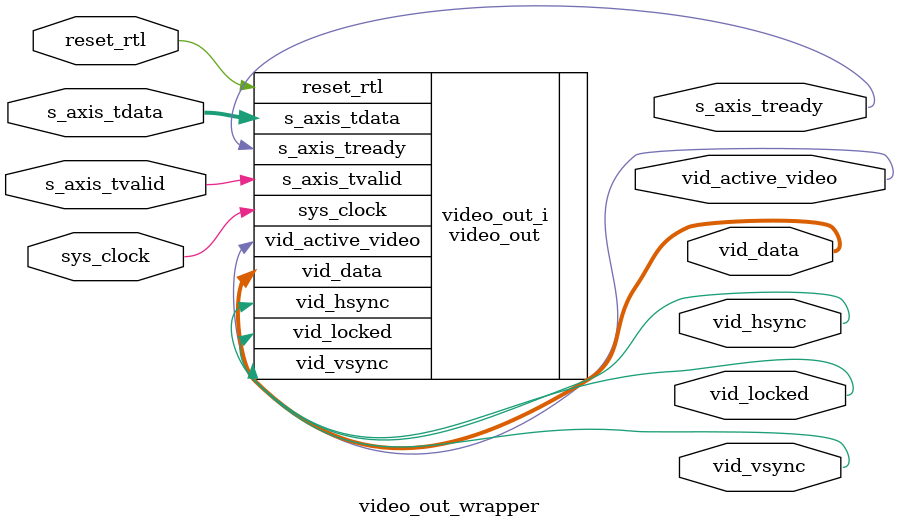
<source format=v>
`timescale 1 ps / 1 ps

module video_out_wrapper
   (reset_rtl,
    s_axis_tdata,
    s_axis_tready,
    s_axis_tvalid,
    sys_clock,
    vid_active_video,
    vid_data,
    vid_hsync,
    vid_locked,
    vid_vsync);
  input reset_rtl;
  input [7:0]s_axis_tdata;
  output s_axis_tready;
  input s_axis_tvalid;
  input sys_clock;
  output vid_active_video;
  output [7:0]vid_data;
  output vid_hsync;
  output vid_locked;
  output vid_vsync;

  wire reset_rtl;
  wire [7:0]s_axis_tdata;
  wire s_axis_tready;
  wire s_axis_tvalid;
  wire sys_clock;
  wire vid_active_video;
  wire [7:0]vid_data;
  wire vid_hsync;
  wire vid_locked;
  wire vid_vsync;

  video_out video_out_i
       (.reset_rtl(reset_rtl),
        .s_axis_tdata(s_axis_tdata),
        .s_axis_tready(s_axis_tready),
        .s_axis_tvalid(s_axis_tvalid),
        .sys_clock(sys_clock),
        .vid_active_video(vid_active_video),
        .vid_data(vid_data),
        .vid_hsync(vid_hsync),
        .vid_locked(vid_locked),
        .vid_vsync(vid_vsync));
endmodule

</source>
